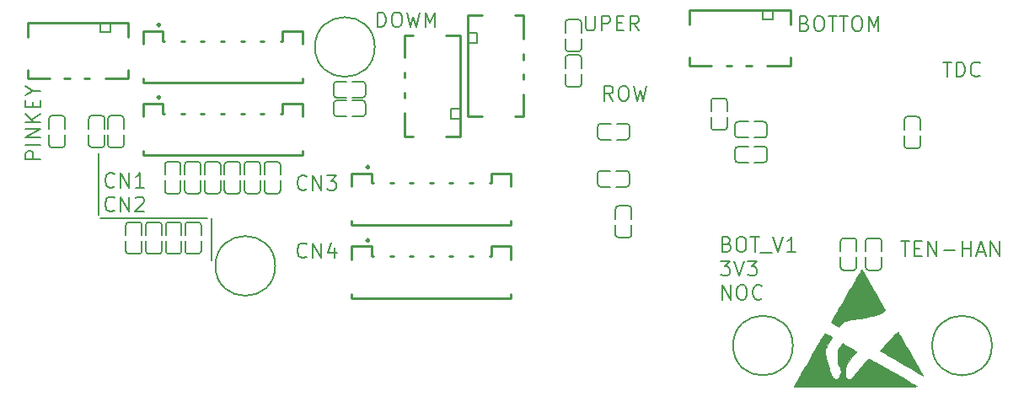
<source format=gbr>
%TF.GenerationSoftware,KiCad,Pcbnew,8.0.2*%
%TF.CreationDate,2025-04-19T09:34:17+08:00*%
%TF.ProjectId,ternel_handel,7465726e-656c-45f6-9861-6e64656c2e6b,rev?*%
%TF.SameCoordinates,PX5636500PY71de640*%
%TF.FileFunction,Legend,Top*%
%TF.FilePolarity,Positive*%
%FSLAX46Y46*%
G04 Gerber Fmt 4.6, Leading zero omitted, Abs format (unit mm)*
G04 Created by KiCad (PCBNEW 8.0.2) date 2025-04-19 09:34:17*
%MOMM*%
%LPD*%
G01*
G04 APERTURE LIST*
%ADD10C,0.130000*%
%ADD11C,0.200000*%
%ADD12C,0.254000*%
%ADD13C,0.010000*%
G04 APERTURE END LIST*
D10*
X99600000Y6400000D02*
G75*
G02*
X93600000Y6400000I-3000000J0D01*
G01*
X93600000Y6400000D02*
G75*
G02*
X99600000Y6400000I3000000J0D01*
G01*
X37600000Y36400000D02*
G75*
G02*
X31600000Y36400000I-3000000J0D01*
G01*
X31600000Y36400000D02*
G75*
G02*
X37600000Y36400000I3000000J0D01*
G01*
X27600000Y14400000D02*
G75*
G02*
X21600000Y14400000I-3000000J0D01*
G01*
X21600000Y14400000D02*
G75*
G02*
X27600000Y14400000I3000000J0D01*
G01*
D11*
X21200000Y19200000D02*
X21200000Y15000000D01*
X9850000Y25750000D02*
X9850000Y19550000D01*
D10*
X79600000Y6400000D02*
G75*
G02*
X73600000Y6400000I-3000000J0D01*
G01*
X73600000Y6400000D02*
G75*
G02*
X79600000Y6400000I3000000J0D01*
G01*
D11*
X10000000Y19200000D02*
X20800000Y19200000D01*
X80788720Y38779686D02*
X81003006Y38708258D01*
X81003006Y38708258D02*
X81074435Y38636829D01*
X81074435Y38636829D02*
X81145863Y38493972D01*
X81145863Y38493972D02*
X81145863Y38279686D01*
X81145863Y38279686D02*
X81074435Y38136829D01*
X81074435Y38136829D02*
X81003006Y38065400D01*
X81003006Y38065400D02*
X80860149Y37993972D01*
X80860149Y37993972D02*
X80288720Y37993972D01*
X80288720Y37993972D02*
X80288720Y39493972D01*
X80288720Y39493972D02*
X80788720Y39493972D01*
X80788720Y39493972D02*
X80931578Y39422543D01*
X80931578Y39422543D02*
X81003006Y39351115D01*
X81003006Y39351115D02*
X81074435Y39208258D01*
X81074435Y39208258D02*
X81074435Y39065400D01*
X81074435Y39065400D02*
X81003006Y38922543D01*
X81003006Y38922543D02*
X80931578Y38851115D01*
X80931578Y38851115D02*
X80788720Y38779686D01*
X80788720Y38779686D02*
X80288720Y38779686D01*
X82074435Y39493972D02*
X82360149Y39493972D01*
X82360149Y39493972D02*
X82503006Y39422543D01*
X82503006Y39422543D02*
X82645863Y39279686D01*
X82645863Y39279686D02*
X82717292Y38993972D01*
X82717292Y38993972D02*
X82717292Y38493972D01*
X82717292Y38493972D02*
X82645863Y38208258D01*
X82645863Y38208258D02*
X82503006Y38065400D01*
X82503006Y38065400D02*
X82360149Y37993972D01*
X82360149Y37993972D02*
X82074435Y37993972D01*
X82074435Y37993972D02*
X81931578Y38065400D01*
X81931578Y38065400D02*
X81788720Y38208258D01*
X81788720Y38208258D02*
X81717292Y38493972D01*
X81717292Y38493972D02*
X81717292Y38993972D01*
X81717292Y38993972D02*
X81788720Y39279686D01*
X81788720Y39279686D02*
X81931578Y39422543D01*
X81931578Y39422543D02*
X82074435Y39493972D01*
X83145864Y39493972D02*
X84003007Y39493972D01*
X83574435Y37993972D02*
X83574435Y39493972D01*
X84288721Y39493972D02*
X85145864Y39493972D01*
X84717292Y37993972D02*
X84717292Y39493972D01*
X85931578Y39493972D02*
X86217292Y39493972D01*
X86217292Y39493972D02*
X86360149Y39422543D01*
X86360149Y39422543D02*
X86503006Y39279686D01*
X86503006Y39279686D02*
X86574435Y38993972D01*
X86574435Y38993972D02*
X86574435Y38493972D01*
X86574435Y38493972D02*
X86503006Y38208258D01*
X86503006Y38208258D02*
X86360149Y38065400D01*
X86360149Y38065400D02*
X86217292Y37993972D01*
X86217292Y37993972D02*
X85931578Y37993972D01*
X85931578Y37993972D02*
X85788721Y38065400D01*
X85788721Y38065400D02*
X85645863Y38208258D01*
X85645863Y38208258D02*
X85574435Y38493972D01*
X85574435Y38493972D02*
X85574435Y38993972D01*
X85574435Y38993972D02*
X85645863Y39279686D01*
X85645863Y39279686D02*
X85788721Y39422543D01*
X85788721Y39422543D02*
X85931578Y39493972D01*
X87217292Y37993972D02*
X87217292Y39493972D01*
X87217292Y39493972D02*
X87717292Y38422543D01*
X87717292Y38422543D02*
X88217292Y39493972D01*
X88217292Y39493972D02*
X88217292Y37993972D01*
X4006028Y25088721D02*
X2506028Y25088721D01*
X2506028Y25088721D02*
X2506028Y25660150D01*
X2506028Y25660150D02*
X2577457Y25803007D01*
X2577457Y25803007D02*
X2648885Y25874436D01*
X2648885Y25874436D02*
X2791742Y25945864D01*
X2791742Y25945864D02*
X3006028Y25945864D01*
X3006028Y25945864D02*
X3148885Y25874436D01*
X3148885Y25874436D02*
X3220314Y25803007D01*
X3220314Y25803007D02*
X3291742Y25660150D01*
X3291742Y25660150D02*
X3291742Y25088721D01*
X4006028Y26588721D02*
X2506028Y26588721D01*
X4006028Y27303007D02*
X2506028Y27303007D01*
X2506028Y27303007D02*
X4006028Y28160150D01*
X4006028Y28160150D02*
X2506028Y28160150D01*
X4006028Y28874436D02*
X2506028Y28874436D01*
X4006028Y29731579D02*
X3148885Y29088722D01*
X2506028Y29731579D02*
X3363171Y28874436D01*
X3220314Y30374436D02*
X3220314Y30874436D01*
X4006028Y31088722D02*
X4006028Y30374436D01*
X4006028Y30374436D02*
X2506028Y30374436D01*
X2506028Y30374436D02*
X2506028Y31088722D01*
X3291742Y32017294D02*
X4006028Y32017294D01*
X2506028Y31517294D02*
X3291742Y32017294D01*
X3291742Y32017294D02*
X2506028Y32517294D01*
X30745863Y22136829D02*
X30674435Y22065400D01*
X30674435Y22065400D02*
X30460149Y21993972D01*
X30460149Y21993972D02*
X30317292Y21993972D01*
X30317292Y21993972D02*
X30103006Y22065400D01*
X30103006Y22065400D02*
X29960149Y22208258D01*
X29960149Y22208258D02*
X29888720Y22351115D01*
X29888720Y22351115D02*
X29817292Y22636829D01*
X29817292Y22636829D02*
X29817292Y22851115D01*
X29817292Y22851115D02*
X29888720Y23136829D01*
X29888720Y23136829D02*
X29960149Y23279686D01*
X29960149Y23279686D02*
X30103006Y23422543D01*
X30103006Y23422543D02*
X30317292Y23493972D01*
X30317292Y23493972D02*
X30460149Y23493972D01*
X30460149Y23493972D02*
X30674435Y23422543D01*
X30674435Y23422543D02*
X30745863Y23351115D01*
X31388720Y21993972D02*
X31388720Y23493972D01*
X31388720Y23493972D02*
X32245863Y21993972D01*
X32245863Y21993972D02*
X32245863Y23493972D01*
X32817292Y23493972D02*
X33745864Y23493972D01*
X33745864Y23493972D02*
X33245864Y22922543D01*
X33245864Y22922543D02*
X33460149Y22922543D01*
X33460149Y22922543D02*
X33603007Y22851115D01*
X33603007Y22851115D02*
X33674435Y22779686D01*
X33674435Y22779686D02*
X33745864Y22636829D01*
X33745864Y22636829D02*
X33745864Y22279686D01*
X33745864Y22279686D02*
X33674435Y22136829D01*
X33674435Y22136829D02*
X33603007Y22065400D01*
X33603007Y22065400D02*
X33460149Y21993972D01*
X33460149Y21993972D02*
X33031578Y21993972D01*
X33031578Y21993972D02*
X32888721Y22065400D01*
X32888721Y22065400D02*
X32817292Y22136829D01*
X94674435Y34893972D02*
X95531578Y34893972D01*
X95103006Y33393972D02*
X95103006Y34893972D01*
X96031577Y33393972D02*
X96031577Y34893972D01*
X96031577Y34893972D02*
X96388720Y34893972D01*
X96388720Y34893972D02*
X96603006Y34822543D01*
X96603006Y34822543D02*
X96745863Y34679686D01*
X96745863Y34679686D02*
X96817292Y34536829D01*
X96817292Y34536829D02*
X96888720Y34251115D01*
X96888720Y34251115D02*
X96888720Y34036829D01*
X96888720Y34036829D02*
X96817292Y33751115D01*
X96817292Y33751115D02*
X96745863Y33608258D01*
X96745863Y33608258D02*
X96603006Y33465400D01*
X96603006Y33465400D02*
X96388720Y33393972D01*
X96388720Y33393972D02*
X96031577Y33393972D01*
X98388720Y33536829D02*
X98317292Y33465400D01*
X98317292Y33465400D02*
X98103006Y33393972D01*
X98103006Y33393972D02*
X97960149Y33393972D01*
X97960149Y33393972D02*
X97745863Y33465400D01*
X97745863Y33465400D02*
X97603006Y33608258D01*
X97603006Y33608258D02*
X97531577Y33751115D01*
X97531577Y33751115D02*
X97460149Y34036829D01*
X97460149Y34036829D02*
X97460149Y34251115D01*
X97460149Y34251115D02*
X97531577Y34536829D01*
X97531577Y34536829D02*
X97603006Y34679686D01*
X97603006Y34679686D02*
X97745863Y34822543D01*
X97745863Y34822543D02*
X97960149Y34893972D01*
X97960149Y34893972D02*
X98103006Y34893972D01*
X98103006Y34893972D02*
X98317292Y34822543D01*
X98317292Y34822543D02*
X98388720Y34751115D01*
X30745863Y15336829D02*
X30674435Y15265400D01*
X30674435Y15265400D02*
X30460149Y15193972D01*
X30460149Y15193972D02*
X30317292Y15193972D01*
X30317292Y15193972D02*
X30103006Y15265400D01*
X30103006Y15265400D02*
X29960149Y15408258D01*
X29960149Y15408258D02*
X29888720Y15551115D01*
X29888720Y15551115D02*
X29817292Y15836829D01*
X29817292Y15836829D02*
X29817292Y16051115D01*
X29817292Y16051115D02*
X29888720Y16336829D01*
X29888720Y16336829D02*
X29960149Y16479686D01*
X29960149Y16479686D02*
X30103006Y16622543D01*
X30103006Y16622543D02*
X30317292Y16693972D01*
X30317292Y16693972D02*
X30460149Y16693972D01*
X30460149Y16693972D02*
X30674435Y16622543D01*
X30674435Y16622543D02*
X30745863Y16551115D01*
X31388720Y15193972D02*
X31388720Y16693972D01*
X31388720Y16693972D02*
X32245863Y15193972D01*
X32245863Y15193972D02*
X32245863Y16693972D01*
X33603007Y16193972D02*
X33603007Y15193972D01*
X33245864Y16765400D02*
X32888721Y15693972D01*
X32888721Y15693972D02*
X33817292Y15693972D01*
X72988720Y16609518D02*
X73203006Y16538090D01*
X73203006Y16538090D02*
X73274435Y16466661D01*
X73274435Y16466661D02*
X73345863Y16323804D01*
X73345863Y16323804D02*
X73345863Y16109518D01*
X73345863Y16109518D02*
X73274435Y15966661D01*
X73274435Y15966661D02*
X73203006Y15895232D01*
X73203006Y15895232D02*
X73060149Y15823804D01*
X73060149Y15823804D02*
X72488720Y15823804D01*
X72488720Y15823804D02*
X72488720Y17323804D01*
X72488720Y17323804D02*
X72988720Y17323804D01*
X72988720Y17323804D02*
X73131578Y17252375D01*
X73131578Y17252375D02*
X73203006Y17180947D01*
X73203006Y17180947D02*
X73274435Y17038090D01*
X73274435Y17038090D02*
X73274435Y16895232D01*
X73274435Y16895232D02*
X73203006Y16752375D01*
X73203006Y16752375D02*
X73131578Y16680947D01*
X73131578Y16680947D02*
X72988720Y16609518D01*
X72988720Y16609518D02*
X72488720Y16609518D01*
X74274435Y17323804D02*
X74560149Y17323804D01*
X74560149Y17323804D02*
X74703006Y17252375D01*
X74703006Y17252375D02*
X74845863Y17109518D01*
X74845863Y17109518D02*
X74917292Y16823804D01*
X74917292Y16823804D02*
X74917292Y16323804D01*
X74917292Y16323804D02*
X74845863Y16038090D01*
X74845863Y16038090D02*
X74703006Y15895232D01*
X74703006Y15895232D02*
X74560149Y15823804D01*
X74560149Y15823804D02*
X74274435Y15823804D01*
X74274435Y15823804D02*
X74131578Y15895232D01*
X74131578Y15895232D02*
X73988720Y16038090D01*
X73988720Y16038090D02*
X73917292Y16323804D01*
X73917292Y16323804D02*
X73917292Y16823804D01*
X73917292Y16823804D02*
X73988720Y17109518D01*
X73988720Y17109518D02*
X74131578Y17252375D01*
X74131578Y17252375D02*
X74274435Y17323804D01*
X75345864Y17323804D02*
X76203007Y17323804D01*
X75774435Y15823804D02*
X75774435Y17323804D01*
X76345864Y15680947D02*
X77488721Y15680947D01*
X77631578Y17323804D02*
X78131578Y15823804D01*
X78131578Y15823804D02*
X78631578Y17323804D01*
X79917292Y15823804D02*
X79060149Y15823804D01*
X79488720Y15823804D02*
X79488720Y17323804D01*
X79488720Y17323804D02*
X79345863Y17109518D01*
X79345863Y17109518D02*
X79203006Y16966661D01*
X79203006Y16966661D02*
X79060149Y16895232D01*
X72345863Y14908888D02*
X73274435Y14908888D01*
X73274435Y14908888D02*
X72774435Y14337459D01*
X72774435Y14337459D02*
X72988720Y14337459D01*
X72988720Y14337459D02*
X73131578Y14266031D01*
X73131578Y14266031D02*
X73203006Y14194602D01*
X73203006Y14194602D02*
X73274435Y14051745D01*
X73274435Y14051745D02*
X73274435Y13694602D01*
X73274435Y13694602D02*
X73203006Y13551745D01*
X73203006Y13551745D02*
X73131578Y13480316D01*
X73131578Y13480316D02*
X72988720Y13408888D01*
X72988720Y13408888D02*
X72560149Y13408888D01*
X72560149Y13408888D02*
X72417292Y13480316D01*
X72417292Y13480316D02*
X72345863Y13551745D01*
X73703006Y14908888D02*
X74203006Y13408888D01*
X74203006Y13408888D02*
X74703006Y14908888D01*
X75060148Y14908888D02*
X75988720Y14908888D01*
X75988720Y14908888D02*
X75488720Y14337459D01*
X75488720Y14337459D02*
X75703005Y14337459D01*
X75703005Y14337459D02*
X75845863Y14266031D01*
X75845863Y14266031D02*
X75917291Y14194602D01*
X75917291Y14194602D02*
X75988720Y14051745D01*
X75988720Y14051745D02*
X75988720Y13694602D01*
X75988720Y13694602D02*
X75917291Y13551745D01*
X75917291Y13551745D02*
X75845863Y13480316D01*
X75845863Y13480316D02*
X75703005Y13408888D01*
X75703005Y13408888D02*
X75274434Y13408888D01*
X75274434Y13408888D02*
X75131577Y13480316D01*
X75131577Y13480316D02*
X75060148Y13551745D01*
X72488720Y10993972D02*
X72488720Y12493972D01*
X72488720Y12493972D02*
X73345863Y10993972D01*
X73345863Y10993972D02*
X73345863Y12493972D01*
X74345864Y12493972D02*
X74631578Y12493972D01*
X74631578Y12493972D02*
X74774435Y12422543D01*
X74774435Y12422543D02*
X74917292Y12279686D01*
X74917292Y12279686D02*
X74988721Y11993972D01*
X74988721Y11993972D02*
X74988721Y11493972D01*
X74988721Y11493972D02*
X74917292Y11208258D01*
X74917292Y11208258D02*
X74774435Y11065400D01*
X74774435Y11065400D02*
X74631578Y10993972D01*
X74631578Y10993972D02*
X74345864Y10993972D01*
X74345864Y10993972D02*
X74203007Y11065400D01*
X74203007Y11065400D02*
X74060149Y11208258D01*
X74060149Y11208258D02*
X73988721Y11493972D01*
X73988721Y11493972D02*
X73988721Y11993972D01*
X73988721Y11993972D02*
X74060149Y12279686D01*
X74060149Y12279686D02*
X74203007Y12422543D01*
X74203007Y12422543D02*
X74345864Y12493972D01*
X76488721Y11136829D02*
X76417293Y11065400D01*
X76417293Y11065400D02*
X76203007Y10993972D01*
X76203007Y10993972D02*
X76060150Y10993972D01*
X76060150Y10993972D02*
X75845864Y11065400D01*
X75845864Y11065400D02*
X75703007Y11208258D01*
X75703007Y11208258D02*
X75631578Y11351115D01*
X75631578Y11351115D02*
X75560150Y11636829D01*
X75560150Y11636829D02*
X75560150Y11851115D01*
X75560150Y11851115D02*
X75631578Y12136829D01*
X75631578Y12136829D02*
X75703007Y12279686D01*
X75703007Y12279686D02*
X75845864Y12422543D01*
X75845864Y12422543D02*
X76060150Y12493972D01*
X76060150Y12493972D02*
X76203007Y12493972D01*
X76203007Y12493972D02*
X76417293Y12422543D01*
X76417293Y12422543D02*
X76488721Y12351115D01*
X37888720Y38393972D02*
X37888720Y39893972D01*
X37888720Y39893972D02*
X38245863Y39893972D01*
X38245863Y39893972D02*
X38460149Y39822543D01*
X38460149Y39822543D02*
X38603006Y39679686D01*
X38603006Y39679686D02*
X38674435Y39536829D01*
X38674435Y39536829D02*
X38745863Y39251115D01*
X38745863Y39251115D02*
X38745863Y39036829D01*
X38745863Y39036829D02*
X38674435Y38751115D01*
X38674435Y38751115D02*
X38603006Y38608258D01*
X38603006Y38608258D02*
X38460149Y38465400D01*
X38460149Y38465400D02*
X38245863Y38393972D01*
X38245863Y38393972D02*
X37888720Y38393972D01*
X39674435Y39893972D02*
X39960149Y39893972D01*
X39960149Y39893972D02*
X40103006Y39822543D01*
X40103006Y39822543D02*
X40245863Y39679686D01*
X40245863Y39679686D02*
X40317292Y39393972D01*
X40317292Y39393972D02*
X40317292Y38893972D01*
X40317292Y38893972D02*
X40245863Y38608258D01*
X40245863Y38608258D02*
X40103006Y38465400D01*
X40103006Y38465400D02*
X39960149Y38393972D01*
X39960149Y38393972D02*
X39674435Y38393972D01*
X39674435Y38393972D02*
X39531578Y38465400D01*
X39531578Y38465400D02*
X39388720Y38608258D01*
X39388720Y38608258D02*
X39317292Y38893972D01*
X39317292Y38893972D02*
X39317292Y39393972D01*
X39317292Y39393972D02*
X39388720Y39679686D01*
X39388720Y39679686D02*
X39531578Y39822543D01*
X39531578Y39822543D02*
X39674435Y39893972D01*
X40817292Y39893972D02*
X41174435Y38393972D01*
X41174435Y38393972D02*
X41460149Y39465400D01*
X41460149Y39465400D02*
X41745864Y38393972D01*
X41745864Y38393972D02*
X42103007Y39893972D01*
X42674435Y38393972D02*
X42674435Y39893972D01*
X42674435Y39893972D02*
X43174435Y38822543D01*
X43174435Y38822543D02*
X43674435Y39893972D01*
X43674435Y39893972D02*
X43674435Y38393972D01*
X11445863Y22401745D02*
X11374435Y22330316D01*
X11374435Y22330316D02*
X11160149Y22258888D01*
X11160149Y22258888D02*
X11017292Y22258888D01*
X11017292Y22258888D02*
X10803006Y22330316D01*
X10803006Y22330316D02*
X10660149Y22473174D01*
X10660149Y22473174D02*
X10588720Y22616031D01*
X10588720Y22616031D02*
X10517292Y22901745D01*
X10517292Y22901745D02*
X10517292Y23116031D01*
X10517292Y23116031D02*
X10588720Y23401745D01*
X10588720Y23401745D02*
X10660149Y23544602D01*
X10660149Y23544602D02*
X10803006Y23687459D01*
X10803006Y23687459D02*
X11017292Y23758888D01*
X11017292Y23758888D02*
X11160149Y23758888D01*
X11160149Y23758888D02*
X11374435Y23687459D01*
X11374435Y23687459D02*
X11445863Y23616031D01*
X12088720Y22258888D02*
X12088720Y23758888D01*
X12088720Y23758888D02*
X12945863Y22258888D01*
X12945863Y22258888D02*
X12945863Y23758888D01*
X14445864Y22258888D02*
X13588721Y22258888D01*
X14017292Y22258888D02*
X14017292Y23758888D01*
X14017292Y23758888D02*
X13874435Y23544602D01*
X13874435Y23544602D02*
X13731578Y23401745D01*
X13731578Y23401745D02*
X13588721Y23330316D01*
X11445863Y19986829D02*
X11374435Y19915400D01*
X11374435Y19915400D02*
X11160149Y19843972D01*
X11160149Y19843972D02*
X11017292Y19843972D01*
X11017292Y19843972D02*
X10803006Y19915400D01*
X10803006Y19915400D02*
X10660149Y20058258D01*
X10660149Y20058258D02*
X10588720Y20201115D01*
X10588720Y20201115D02*
X10517292Y20486829D01*
X10517292Y20486829D02*
X10517292Y20701115D01*
X10517292Y20701115D02*
X10588720Y20986829D01*
X10588720Y20986829D02*
X10660149Y21129686D01*
X10660149Y21129686D02*
X10803006Y21272543D01*
X10803006Y21272543D02*
X11017292Y21343972D01*
X11017292Y21343972D02*
X11160149Y21343972D01*
X11160149Y21343972D02*
X11374435Y21272543D01*
X11374435Y21272543D02*
X11445863Y21201115D01*
X12088720Y19843972D02*
X12088720Y21343972D01*
X12088720Y21343972D02*
X12945863Y19843972D01*
X12945863Y19843972D02*
X12945863Y21343972D01*
X13588721Y21201115D02*
X13660149Y21272543D01*
X13660149Y21272543D02*
X13803007Y21343972D01*
X13803007Y21343972D02*
X14160149Y21343972D01*
X14160149Y21343972D02*
X14303007Y21272543D01*
X14303007Y21272543D02*
X14374435Y21201115D01*
X14374435Y21201115D02*
X14445864Y21058258D01*
X14445864Y21058258D02*
X14445864Y20915400D01*
X14445864Y20915400D02*
X14374435Y20701115D01*
X14374435Y20701115D02*
X13517292Y19843972D01*
X13517292Y19843972D02*
X14445864Y19843972D01*
X90474435Y16893972D02*
X91331578Y16893972D01*
X90903006Y15393972D02*
X90903006Y16893972D01*
X91831577Y16179686D02*
X92331577Y16179686D01*
X92545863Y15393972D02*
X91831577Y15393972D01*
X91831577Y15393972D02*
X91831577Y16893972D01*
X91831577Y16893972D02*
X92545863Y16893972D01*
X93188720Y15393972D02*
X93188720Y16893972D01*
X93188720Y16893972D02*
X94045863Y15393972D01*
X94045863Y15393972D02*
X94045863Y16893972D01*
X94760149Y15965400D02*
X95903007Y15965400D01*
X96617292Y15393972D02*
X96617292Y16893972D01*
X96617292Y16179686D02*
X97474435Y16179686D01*
X97474435Y15393972D02*
X97474435Y16893972D01*
X98117293Y15822543D02*
X98831579Y15822543D01*
X97974436Y15393972D02*
X98474436Y16893972D01*
X98474436Y16893972D02*
X98974436Y15393972D01*
X99474435Y15393972D02*
X99474435Y16893972D01*
X99474435Y16893972D02*
X100331578Y15393972D01*
X100331578Y15393972D02*
X100331578Y16893972D01*
X58838720Y39543972D02*
X58838720Y38329686D01*
X58838720Y38329686D02*
X58910149Y38186829D01*
X58910149Y38186829D02*
X58981578Y38115400D01*
X58981578Y38115400D02*
X59124435Y38043972D01*
X59124435Y38043972D02*
X59410149Y38043972D01*
X59410149Y38043972D02*
X59553006Y38115400D01*
X59553006Y38115400D02*
X59624435Y38186829D01*
X59624435Y38186829D02*
X59695863Y38329686D01*
X59695863Y38329686D02*
X59695863Y39543972D01*
X60410149Y38043972D02*
X60410149Y39543972D01*
X60410149Y39543972D02*
X60981578Y39543972D01*
X60981578Y39543972D02*
X61124435Y39472543D01*
X61124435Y39472543D02*
X61195864Y39401115D01*
X61195864Y39401115D02*
X61267292Y39258258D01*
X61267292Y39258258D02*
X61267292Y39043972D01*
X61267292Y39043972D02*
X61195864Y38901115D01*
X61195864Y38901115D02*
X61124435Y38829686D01*
X61124435Y38829686D02*
X60981578Y38758258D01*
X60981578Y38758258D02*
X60410149Y38758258D01*
X61910149Y38829686D02*
X62410149Y38829686D01*
X62624435Y38043972D02*
X61910149Y38043972D01*
X61910149Y38043972D02*
X61910149Y39543972D01*
X61910149Y39543972D02*
X62624435Y39543972D01*
X64124435Y38043972D02*
X63624435Y38758258D01*
X63267292Y38043972D02*
X63267292Y39543972D01*
X63267292Y39543972D02*
X63838721Y39543972D01*
X63838721Y39543972D02*
X63981578Y39472543D01*
X63981578Y39472543D02*
X64053007Y39401115D01*
X64053007Y39401115D02*
X64124435Y39258258D01*
X64124435Y39258258D02*
X64124435Y39043972D01*
X64124435Y39043972D02*
X64053007Y38901115D01*
X64053007Y38901115D02*
X63981578Y38829686D01*
X63981578Y38829686D02*
X63838721Y38758258D01*
X63838721Y38758258D02*
X63267292Y38758258D01*
X61545863Y30993972D02*
X61045863Y31708258D01*
X60688720Y30993972D02*
X60688720Y32493972D01*
X60688720Y32493972D02*
X61260149Y32493972D01*
X61260149Y32493972D02*
X61403006Y32422543D01*
X61403006Y32422543D02*
X61474435Y32351115D01*
X61474435Y32351115D02*
X61545863Y32208258D01*
X61545863Y32208258D02*
X61545863Y31993972D01*
X61545863Y31993972D02*
X61474435Y31851115D01*
X61474435Y31851115D02*
X61403006Y31779686D01*
X61403006Y31779686D02*
X61260149Y31708258D01*
X61260149Y31708258D02*
X60688720Y31708258D01*
X62474435Y32493972D02*
X62760149Y32493972D01*
X62760149Y32493972D02*
X62903006Y32422543D01*
X62903006Y32422543D02*
X63045863Y32279686D01*
X63045863Y32279686D02*
X63117292Y31993972D01*
X63117292Y31993972D02*
X63117292Y31493972D01*
X63117292Y31493972D02*
X63045863Y31208258D01*
X63045863Y31208258D02*
X62903006Y31065400D01*
X62903006Y31065400D02*
X62760149Y30993972D01*
X62760149Y30993972D02*
X62474435Y30993972D01*
X62474435Y30993972D02*
X62331578Y31065400D01*
X62331578Y31065400D02*
X62188720Y31208258D01*
X62188720Y31208258D02*
X62117292Y31493972D01*
X62117292Y31493972D02*
X62117292Y31993972D01*
X62117292Y31993972D02*
X62188720Y32279686D01*
X62188720Y32279686D02*
X62331578Y32422543D01*
X62331578Y32422543D02*
X62474435Y32493972D01*
X63617292Y32493972D02*
X63974435Y30993972D01*
X63974435Y30993972D02*
X64260149Y32065400D01*
X64260149Y32065400D02*
X64545864Y30993972D01*
X64545864Y30993972D02*
X64903007Y32493972D01*
%TO.C,C15*%
X22509900Y23570000D02*
X22509900Y24570000D01*
X22509900Y22970000D02*
X22509900Y21970000D01*
X22809900Y21670000D02*
X23809900Y21670000D01*
X23809900Y24870000D02*
X22809900Y24870000D01*
X24109900Y23570000D02*
X24109900Y24570000D01*
X24109900Y22970000D02*
X24109900Y21970000D01*
X22509900Y24570000D02*
G75*
G02*
X22809900Y24870000I300000J0D01*
G01*
X22809900Y21670000D02*
G75*
G02*
X22509900Y21970000I0J300000D01*
G01*
X23809900Y24870000D02*
G75*
G02*
X24109900Y24570000I0J-300000D01*
G01*
X24109900Y21970000D02*
G75*
G02*
X23809900Y21670000I-300000J0D01*
G01*
%TO.C,C3*%
X90800000Y28100000D02*
X90800000Y29100000D01*
X90800000Y27500000D02*
X90800000Y26500000D01*
X91100000Y26200000D02*
X92100000Y26200000D01*
X92100000Y29400000D02*
X91100000Y29400000D01*
X92400000Y28100000D02*
X92400000Y29100000D01*
X92400000Y27500000D02*
X92400000Y26500000D01*
X90800000Y29100000D02*
G75*
G02*
X91100000Y29400000I300000J0D01*
G01*
X91100000Y26200000D02*
G75*
G02*
X90800000Y26500000I0J300000D01*
G01*
X92100000Y29400000D02*
G75*
G02*
X92400000Y29100000I0J-300000D01*
G01*
X92400000Y26500000D02*
G75*
G02*
X92100000Y26200000I-300000J0D01*
G01*
%TO.C,C8*%
X33470000Y30720000D02*
X33470000Y29720000D01*
X34770000Y31020000D02*
X33770000Y31020000D01*
X34770000Y29420000D02*
X33770000Y29420000D01*
X35370000Y31020000D02*
X36370000Y31020000D01*
X35370000Y29420000D02*
X36370000Y29420000D01*
X36670000Y29720000D02*
X36670000Y30720000D01*
X33470000Y30720000D02*
G75*
G02*
X33770000Y31020000I300000J0D01*
G01*
X33770000Y29420000D02*
G75*
G02*
X33470000Y29720000I0J300000D01*
G01*
X36370000Y31020000D02*
G75*
G02*
X36670000Y30720000I0J-300000D01*
G01*
X36670000Y29720000D02*
G75*
G02*
X36370000Y29420000I-300000J0D01*
G01*
%TO.C,C19*%
X16600000Y17500000D02*
X16600000Y18500000D01*
X16600000Y16900000D02*
X16600000Y15900000D01*
X16900000Y15600000D02*
X17900000Y15600000D01*
X17900000Y18800000D02*
X16900000Y18800000D01*
X18200000Y17500000D02*
X18200000Y18500000D01*
X18200000Y16900000D02*
X18200000Y15900000D01*
X16600000Y18500000D02*
G75*
G02*
X16900000Y18800000I300000J0D01*
G01*
X16900000Y15600000D02*
G75*
G02*
X16600000Y15900000I0J300000D01*
G01*
X17900000Y18800000D02*
G75*
G02*
X18200000Y18500000I0J-300000D01*
G01*
X18200000Y15900000D02*
G75*
G02*
X17900000Y15600000I-300000J0D01*
G01*
%TO.C,C5*%
X71390000Y29950000D02*
X71390000Y30950000D01*
X71390000Y29350000D02*
X71390000Y28350000D01*
X71690000Y28050000D02*
X72690000Y28050000D01*
X72690000Y31250000D02*
X71690000Y31250000D01*
X72990000Y29950000D02*
X72990000Y30950000D01*
X72990000Y29350000D02*
X72990000Y28350000D01*
X71390000Y30950000D02*
G75*
G02*
X71690000Y31250000I300000J0D01*
G01*
X71690000Y28050000D02*
G75*
G02*
X71390000Y28350000I0J300000D01*
G01*
X72690000Y31250000D02*
G75*
G02*
X72990000Y30950000I0J-300000D01*
G01*
X72990000Y28350000D02*
G75*
G02*
X72690000Y28050000I-300000J0D01*
G01*
%TO.C,C4*%
X61800000Y19138000D02*
X61800000Y20138000D01*
X61800000Y18538000D02*
X61800000Y17538000D01*
X62100000Y17238000D02*
X63100000Y17238000D01*
X63100000Y20438000D02*
X62100000Y20438000D01*
X63400000Y19138000D02*
X63400000Y20138000D01*
X63400000Y18538000D02*
X63400000Y17538000D01*
X61800000Y20138000D02*
G75*
G02*
X62100000Y20438000I300000J0D01*
G01*
X62100000Y17238000D02*
G75*
G02*
X61800000Y17538000I0J300000D01*
G01*
X63100000Y20438000D02*
G75*
G02*
X63400000Y20138000I0J-300000D01*
G01*
X63400000Y17538000D02*
G75*
G02*
X63100000Y17238000I-300000J0D01*
G01*
%TO.C,C18*%
X18550000Y17500000D02*
X18550000Y18500000D01*
X18550000Y16900000D02*
X18550000Y15900000D01*
X18850000Y15600000D02*
X19850000Y15600000D01*
X19850000Y18800000D02*
X18850000Y18800000D01*
X20150000Y17500000D02*
X20150000Y18500000D01*
X20150000Y16900000D02*
X20150000Y15900000D01*
X18550000Y18500000D02*
G75*
G02*
X18850000Y18800000I300000J0D01*
G01*
X18850000Y15600000D02*
G75*
G02*
X18550000Y15900000I0J300000D01*
G01*
X19850000Y18800000D02*
G75*
G02*
X20150000Y18500000I0J-300000D01*
G01*
X20150000Y15900000D02*
G75*
G02*
X19850000Y15600000I-300000J0D01*
G01*
D12*
%TO.C,J1*%
X69226000Y40104500D02*
X79354000Y40104500D01*
X69226000Y38707500D02*
X69226000Y40104500D01*
X69226000Y34516500D02*
X69226000Y35405500D01*
X71440000Y34516500D02*
X69226000Y34516500D01*
X73459000Y34516500D02*
X72921000Y34516500D01*
X75459000Y34516500D02*
X74921000Y34516500D01*
D11*
X76560000Y39215500D02*
X76560000Y40104500D01*
X77576000Y40104500D02*
X77576000Y39215500D01*
X77576000Y39215500D02*
X76560000Y39215500D01*
D12*
X79354000Y40104500D02*
X79354000Y38707500D01*
X79354000Y35405500D02*
X79354000Y34516500D01*
X79354000Y34516500D02*
X77021000Y34516500D01*
D11*
%TO.C,C10*%
X8880000Y28200000D02*
X8880000Y29200000D01*
X8880000Y27600000D02*
X8880000Y26600000D01*
X9180000Y26300000D02*
X10180000Y26300000D01*
X10180000Y29500000D02*
X9180000Y29500000D01*
X10480000Y28200000D02*
X10480000Y29200000D01*
X10480000Y27600000D02*
X10480000Y26600000D01*
X8880000Y29200000D02*
G75*
G02*
X9180000Y29500000I300000J0D01*
G01*
X9180000Y26300000D02*
G75*
G02*
X8880000Y26600000I0J300000D01*
G01*
X10180000Y29500000D02*
G75*
G02*
X10480000Y29200000I0J-300000D01*
G01*
X10480000Y26600000D02*
G75*
G02*
X10180000Y26300000I-300000J0D01*
G01*
D12*
%TO.C,P3*%
X35290000Y23720000D02*
X37290000Y23720000D01*
X35290000Y22401100D02*
X35290000Y23720000D01*
X35290000Y18520000D02*
X35290000Y18938900D01*
X37290000Y23720000D02*
X37290000Y22720000D01*
X37290000Y22720000D02*
X37458800Y22720000D01*
X39121100Y22720000D02*
X39458800Y22720000D01*
X41121100Y22720000D02*
X41458800Y22720000D01*
X43121100Y22720000D02*
X43458800Y22720000D01*
X45121100Y22720000D02*
X45458800Y22720000D01*
X47121100Y22720000D02*
X47458800Y22720000D01*
X49121100Y22720000D02*
X49290100Y22720000D01*
X49290000Y23720000D02*
X49290000Y22720000D01*
X51290000Y23720000D02*
X49290000Y23720000D01*
X51290000Y22401100D02*
X51290000Y23720000D01*
X51290000Y18520000D02*
X35290000Y18520000D01*
X51290000Y18520000D02*
X51290000Y18938800D01*
X37031400Y24320000D02*
G75*
G02*
X36748400Y24320000I-141500J0D01*
G01*
X36748400Y24320000D02*
G75*
G02*
X37031400Y24320000I141500J0D01*
G01*
D11*
%TO.C,C7*%
X56750000Y34290000D02*
X56750000Y35290000D01*
X56750000Y33690000D02*
X56750000Y32690000D01*
X57050000Y32390000D02*
X58050000Y32390000D01*
X58050000Y35590000D02*
X57050000Y35590000D01*
X58350000Y34290000D02*
X58350000Y35290000D01*
X58350000Y33690000D02*
X58350000Y32690000D01*
X56750000Y35290000D02*
G75*
G02*
X57050000Y35590000I300000J0D01*
G01*
X57050000Y32390000D02*
G75*
G02*
X56750000Y32690000I0J300000D01*
G01*
X58050000Y35590000D02*
G75*
G02*
X58350000Y35290000I0J-300000D01*
G01*
X58350000Y32690000D02*
G75*
G02*
X58050000Y32390000I-300000J0D01*
G01*
%TO.C,C16*%
X24509900Y23570000D02*
X24509900Y24570000D01*
X24509900Y22970000D02*
X24509900Y21970000D01*
X24809900Y21670000D02*
X25809900Y21670000D01*
X25809900Y24870000D02*
X24809900Y24870000D01*
X26109900Y23570000D02*
X26109900Y24570000D01*
X26109900Y22970000D02*
X26109900Y21970000D01*
X24509900Y24570000D02*
G75*
G02*
X24809900Y24870000I300000J0D01*
G01*
X24809900Y21670000D02*
G75*
G02*
X24509900Y21970000I0J300000D01*
G01*
X25809900Y24870000D02*
G75*
G02*
X26109900Y24570000I0J-300000D01*
G01*
X26109900Y21970000D02*
G75*
G02*
X25809900Y21670000I-300000J0D01*
G01*
D12*
%TO.C,J3*%
X40556500Y37544000D02*
X41445500Y37544000D01*
X40556500Y35330000D02*
X40556500Y37544000D01*
X40556500Y33311000D02*
X40556500Y33849000D01*
X40556500Y31311000D02*
X40556500Y31849000D01*
X40556500Y27416000D02*
X40556500Y29749000D01*
X41445500Y27416000D02*
X40556500Y27416000D01*
X44747500Y37544000D02*
X46144500Y37544000D01*
D11*
X45255500Y30210000D02*
X46144500Y30210000D01*
X45255500Y29194000D02*
X45255500Y30210000D01*
D12*
X46144500Y37544000D02*
X46144500Y27416000D01*
D11*
X46144500Y29194000D02*
X45255500Y29194000D01*
D12*
X46144500Y27416000D02*
X44747500Y27416000D01*
D11*
%TO.C,C23*%
X73800000Y28589000D02*
X73800000Y27589000D01*
X75100000Y28889000D02*
X74100000Y28889000D01*
X75100000Y27289000D02*
X74100000Y27289000D01*
X75700000Y28889000D02*
X76700000Y28889000D01*
X75700000Y27289000D02*
X76700000Y27289000D01*
X77000000Y27589000D02*
X77000000Y28589000D01*
X73800000Y28589000D02*
G75*
G02*
X74100000Y28889000I300000J0D01*
G01*
X74100000Y27289000D02*
G75*
G02*
X73800000Y27589000I0J300000D01*
G01*
X76700000Y28889000D02*
G75*
G02*
X77000000Y28589000I0J-300000D01*
G01*
X77000000Y27589000D02*
G75*
G02*
X76700000Y27289000I-300000J0D01*
G01*
%TO.C,C2*%
X60000000Y28400000D02*
X60000000Y27400000D01*
X61300000Y28700000D02*
X60300000Y28700000D01*
X61300000Y27100000D02*
X60300000Y27100000D01*
X61900000Y28700000D02*
X62900000Y28700000D01*
X61900000Y27100000D02*
X62900000Y27100000D01*
X63200000Y27400000D02*
X63200000Y28400000D01*
X60000000Y28400000D02*
G75*
G02*
X60300000Y28700000I300000J0D01*
G01*
X60300000Y27100000D02*
G75*
G02*
X60000000Y27400000I0J300000D01*
G01*
X62900000Y28700000D02*
G75*
G02*
X63200000Y28400000I0J-300000D01*
G01*
X63200000Y27400000D02*
G75*
G02*
X62900000Y27100000I-300000J0D01*
G01*
%TO.C,C6*%
X56750000Y37850000D02*
X56750000Y38850000D01*
X56750000Y37250000D02*
X56750000Y36250000D01*
X57050000Y35950000D02*
X58050000Y35950000D01*
X58050000Y39150000D02*
X57050000Y39150000D01*
X58350000Y37850000D02*
X58350000Y38850000D01*
X58350000Y37250000D02*
X58350000Y36250000D01*
X56750000Y38850000D02*
G75*
G02*
X57050000Y39150000I300000J0D01*
G01*
X57050000Y35950000D02*
G75*
G02*
X56750000Y36250000I0J300000D01*
G01*
X58050000Y39150000D02*
G75*
G02*
X58350000Y38850000I0J-300000D01*
G01*
X58350000Y36250000D02*
G75*
G02*
X58050000Y35950000I-300000J0D01*
G01*
%TO.C,C21*%
X12600000Y17500000D02*
X12600000Y18500000D01*
X12600000Y16900000D02*
X12600000Y15900000D01*
X12900000Y15600000D02*
X13900000Y15600000D01*
X13900000Y18800000D02*
X12900000Y18800000D01*
X14200000Y17500000D02*
X14200000Y18500000D01*
X14200000Y16900000D02*
X14200000Y15900000D01*
X12600000Y18500000D02*
G75*
G02*
X12900000Y18800000I300000J0D01*
G01*
X12900000Y15600000D02*
G75*
G02*
X12600000Y15900000I0J300000D01*
G01*
X13900000Y18800000D02*
G75*
G02*
X14200000Y18500000I0J-300000D01*
G01*
X14200000Y15900000D02*
G75*
G02*
X13900000Y15600000I-300000J0D01*
G01*
%TO.C,C14*%
X20509900Y23570000D02*
X20509900Y24570000D01*
X20509900Y22970000D02*
X20509900Y21970000D01*
X20809900Y21670000D02*
X21809900Y21670000D01*
X21809900Y24870000D02*
X20809900Y24870000D01*
X22109900Y23570000D02*
X22109900Y24570000D01*
X22109900Y22970000D02*
X22109900Y21970000D01*
X20509900Y24570000D02*
G75*
G02*
X20809900Y24870000I300000J0D01*
G01*
X20809900Y21670000D02*
G75*
G02*
X20509900Y21970000I0J300000D01*
G01*
X21809900Y24870000D02*
G75*
G02*
X22109900Y24570000I0J-300000D01*
G01*
X22109900Y21970000D02*
G75*
G02*
X21809900Y21670000I-300000J0D01*
G01*
%TO.C,C25*%
X10800000Y28200000D02*
X10800000Y29200000D01*
X10800000Y27600000D02*
X10800000Y26600000D01*
X11100000Y26300000D02*
X12100000Y26300000D01*
X12100000Y29500000D02*
X11100000Y29500000D01*
X12400000Y28200000D02*
X12400000Y29200000D01*
X12400000Y27600000D02*
X12400000Y26600000D01*
X10800000Y29200000D02*
G75*
G02*
X11100000Y29500000I300000J0D01*
G01*
X11100000Y26300000D02*
G75*
G02*
X10800000Y26600000I0J300000D01*
G01*
X12100000Y29500000D02*
G75*
G02*
X12400000Y29200000I0J-300000D01*
G01*
X12400000Y26600000D02*
G75*
G02*
X12100000Y26300000I-300000J0D01*
G01*
%TO.C,C17*%
X26509900Y23570000D02*
X26509900Y24570000D01*
X26509900Y22970000D02*
X26509900Y21970000D01*
X26809900Y21670000D02*
X27809900Y21670000D01*
X27809900Y24870000D02*
X26809900Y24870000D01*
X28109900Y23570000D02*
X28109900Y24570000D01*
X28109900Y22970000D02*
X28109900Y21970000D01*
X26509900Y24570000D02*
G75*
G02*
X26809900Y24870000I300000J0D01*
G01*
X26809900Y21670000D02*
G75*
G02*
X26509900Y21970000I0J300000D01*
G01*
X27809900Y24870000D02*
G75*
G02*
X28109900Y24570000I0J-300000D01*
G01*
X28109900Y21970000D02*
G75*
G02*
X27809900Y21670000I-300000J0D01*
G01*
D12*
%TO.C,P4*%
X35290000Y16360000D02*
X37290000Y16360000D01*
X35290000Y15041100D02*
X35290000Y16360000D01*
X35290000Y11160000D02*
X35290000Y11578900D01*
X37290000Y16360000D02*
X37290000Y15360000D01*
X37290000Y15360000D02*
X37458800Y15360000D01*
X39121100Y15360000D02*
X39458800Y15360000D01*
X41121100Y15360000D02*
X41458800Y15360000D01*
X43121100Y15360000D02*
X43458800Y15360000D01*
X45121100Y15360000D02*
X45458800Y15360000D01*
X47121100Y15360000D02*
X47458800Y15360000D01*
X49121100Y15360000D02*
X49290100Y15360000D01*
X49290000Y16360000D02*
X49290000Y15360000D01*
X51290000Y16360000D02*
X49290000Y16360000D01*
X51290000Y15041100D02*
X51290000Y16360000D01*
X51290000Y11160000D02*
X35290000Y11160000D01*
X51290000Y11160000D02*
X51290000Y11578800D01*
X37031400Y16960000D02*
G75*
G02*
X36748400Y16960000I-141500J0D01*
G01*
X36748400Y16960000D02*
G75*
G02*
X37031400Y16960000I141500J0D01*
G01*
D11*
%TO.C,C24*%
X59980000Y23650000D02*
X59980000Y22650000D01*
X61280000Y23950000D02*
X60280000Y23950000D01*
X61280000Y22350000D02*
X60280000Y22350000D01*
X61880000Y23950000D02*
X62880000Y23950000D01*
X61880000Y22350000D02*
X62880000Y22350000D01*
X63180000Y22650000D02*
X63180000Y23650000D01*
X59980000Y23650000D02*
G75*
G02*
X60280000Y23950000I300000J0D01*
G01*
X60280000Y22350000D02*
G75*
G02*
X59980000Y22650000I0J300000D01*
G01*
X62880000Y23950000D02*
G75*
G02*
X63180000Y23650000I0J-300000D01*
G01*
X63180000Y22650000D02*
G75*
G02*
X62880000Y22350000I-300000J0D01*
G01*
D12*
%TO.C,P2*%
X14309900Y30725000D02*
X16309900Y30725000D01*
X14309900Y29406100D02*
X14309900Y30725000D01*
X14309900Y25525000D02*
X14309900Y25943900D01*
X16309900Y30725000D02*
X16309900Y29725000D01*
X16309900Y29725000D02*
X16478700Y29725000D01*
X18141000Y29725000D02*
X18478700Y29725000D01*
X20141000Y29725000D02*
X20478700Y29725000D01*
X22141000Y29725000D02*
X22478700Y29725000D01*
X24141000Y29725000D02*
X24478700Y29725000D01*
X26141000Y29725000D02*
X26478700Y29725000D01*
X28141000Y29725000D02*
X28310000Y29725000D01*
X28309900Y30725000D02*
X28309900Y29725000D01*
X30309900Y30725000D02*
X28309900Y30725000D01*
X30309900Y29406100D02*
X30309900Y30725000D01*
X30309900Y25525000D02*
X14309900Y25525000D01*
X30309900Y25525000D02*
X30309900Y25943800D01*
X16051300Y31325000D02*
G75*
G02*
X15768300Y31325000I-141500J0D01*
G01*
X15768300Y31325000D02*
G75*
G02*
X16051300Y31325000I141500J0D01*
G01*
D11*
%TO.C,C1*%
X73800000Y26090000D02*
X73800000Y25090000D01*
X75100000Y26390000D02*
X74100000Y26390000D01*
X75100000Y24790000D02*
X74100000Y24790000D01*
X75700000Y26390000D02*
X76700000Y26390000D01*
X75700000Y24790000D02*
X76700000Y24790000D01*
X77000000Y25090000D02*
X77000000Y26090000D01*
X73800000Y26090000D02*
G75*
G02*
X74100000Y26390000I300000J0D01*
G01*
X74100000Y24790000D02*
G75*
G02*
X73800000Y25090000I0J300000D01*
G01*
X76700000Y26390000D02*
G75*
G02*
X77000000Y26090000I0J-300000D01*
G01*
X77000000Y25090000D02*
G75*
G02*
X76700000Y24790000I-300000J0D01*
G01*
D12*
%TO.C,P1*%
X14309900Y38005000D02*
X16309900Y38005000D01*
X14309900Y36686100D02*
X14309900Y38005000D01*
X14309900Y32805000D02*
X14309900Y33223900D01*
X16309900Y38005000D02*
X16309900Y37005000D01*
X16309900Y37005000D02*
X16478700Y37005000D01*
X18141000Y37005000D02*
X18478700Y37005000D01*
X20141000Y37005000D02*
X20478700Y37005000D01*
X22141000Y37005000D02*
X22478700Y37005000D01*
X24141000Y37005000D02*
X24478700Y37005000D01*
X26141000Y37005000D02*
X26478700Y37005000D01*
X28141000Y37005000D02*
X28310000Y37005000D01*
X28309900Y38005000D02*
X28309900Y37005000D01*
X30309900Y38005000D02*
X28309900Y38005000D01*
X30309900Y36686100D02*
X30309900Y38005000D01*
X30309900Y32805000D02*
X14309900Y32805000D01*
X30309900Y32805000D02*
X30309900Y33223800D01*
X16051300Y38605000D02*
G75*
G02*
X15768300Y38605000I-141500J0D01*
G01*
X15768300Y38605000D02*
G75*
G02*
X16051300Y38605000I141500J0D01*
G01*
D11*
%TO.C,C13*%
X18509900Y23570000D02*
X18509900Y24570000D01*
X18509900Y22970000D02*
X18509900Y21970000D01*
X18809900Y21670000D02*
X19809900Y21670000D01*
X19809900Y24870000D02*
X18809900Y24870000D01*
X20109900Y23570000D02*
X20109900Y24570000D01*
X20109900Y22970000D02*
X20109900Y21970000D01*
X18509900Y24570000D02*
G75*
G02*
X18809900Y24870000I300000J0D01*
G01*
X18809900Y21670000D02*
G75*
G02*
X18509900Y21970000I0J300000D01*
G01*
X19809900Y24870000D02*
G75*
G02*
X20109900Y24570000I0J-300000D01*
G01*
X20109900Y21970000D02*
G75*
G02*
X19809900Y21670000I-300000J0D01*
G01*
%TO.C,C20*%
X14600000Y17500000D02*
X14600000Y18500000D01*
X14600000Y16900000D02*
X14600000Y15900000D01*
X14900000Y15600000D02*
X15900000Y15600000D01*
X15900000Y18800000D02*
X14900000Y18800000D01*
X16200000Y17500000D02*
X16200000Y18500000D01*
X16200000Y16900000D02*
X16200000Y15900000D01*
X14600000Y18500000D02*
G75*
G02*
X14900000Y18800000I300000J0D01*
G01*
X14900000Y15600000D02*
G75*
G02*
X14600000Y15900000I0J300000D01*
G01*
X15900000Y18800000D02*
G75*
G02*
X16200000Y18500000I0J-300000D01*
G01*
X16200000Y15900000D02*
G75*
G02*
X15900000Y15600000I-300000J0D01*
G01*
%TO.C,C26*%
X84406500Y15880000D02*
X84406500Y16880000D01*
X84406500Y15280000D02*
X84406500Y14280000D01*
X84706500Y13980000D02*
X85706500Y13980000D01*
X85706500Y17180000D02*
X84706500Y17180000D01*
X86006500Y15880000D02*
X86006500Y16880000D01*
X86006500Y15280000D02*
X86006500Y14280000D01*
X84406500Y16880000D02*
G75*
G02*
X84706500Y17180000I300000J0D01*
G01*
X84706500Y13980000D02*
G75*
G02*
X84406500Y14280000I0J300000D01*
G01*
X85706500Y17180000D02*
G75*
G02*
X86006500Y16880000I0J-300000D01*
G01*
X86006500Y14280000D02*
G75*
G02*
X85706500Y13980000I-300000J0D01*
G01*
%TO.C,C11*%
X4880000Y28200000D02*
X4880000Y29200000D01*
X4880000Y27600000D02*
X4880000Y26600000D01*
X5180000Y26300000D02*
X6180000Y26300000D01*
X6180000Y29500000D02*
X5180000Y29500000D01*
X6480000Y28200000D02*
X6480000Y29200000D01*
X6480000Y27600000D02*
X6480000Y26600000D01*
X4880000Y29200000D02*
G75*
G02*
X5180000Y29500000I300000J0D01*
G01*
X5180000Y26300000D02*
G75*
G02*
X4880000Y26600000I0J300000D01*
G01*
X6180000Y29500000D02*
G75*
G02*
X6480000Y29200000I0J-300000D01*
G01*
X6480000Y26600000D02*
G75*
G02*
X6180000Y26300000I-300000J0D01*
G01*
%TO.C,C22*%
X86906500Y15880000D02*
X86906500Y16880000D01*
X86906500Y15280000D02*
X86906500Y14280000D01*
X87206500Y13980000D02*
X88206500Y13980000D01*
X88206500Y17180000D02*
X87206500Y17180000D01*
X88506500Y15880000D02*
X88506500Y16880000D01*
X88506500Y15280000D02*
X88506500Y14280000D01*
X86906500Y16880000D02*
G75*
G02*
X87206500Y17180000I300000J0D01*
G01*
X87206500Y13980000D02*
G75*
G02*
X86906500Y14280000I0J300000D01*
G01*
X88206500Y17180000D02*
G75*
G02*
X88506500Y16880000I0J-300000D01*
G01*
X88506500Y14280000D02*
G75*
G02*
X88206500Y13980000I-300000J0D01*
G01*
D13*
%TO.C,REF\u002A\u002A*%
X90175056Y7730762D02*
X90197816Y7692614D01*
X90248975Y7605157D01*
X90326004Y7472762D01*
X90426372Y7299796D01*
X90547549Y7090630D01*
X90687006Y6849633D01*
X90842213Y6581176D01*
X91010640Y6289626D01*
X91189757Y5979354D01*
X91373995Y5660000D01*
X91562152Y5333765D01*
X91742803Y5020582D01*
X91913330Y4724988D01*
X92071114Y4451520D01*
X92213538Y4204716D01*
X92337981Y3989111D01*
X92441826Y3809245D01*
X92522455Y3669653D01*
X92577248Y3574872D01*
X92603013Y3530427D01*
X92645014Y3455339D01*
X92667850Y3408337D01*
X92669102Y3400159D01*
X92641272Y3415516D01*
X92563881Y3459593D01*
X92440973Y3530058D01*
X92276595Y3624578D01*
X92074792Y3740822D01*
X91839609Y3876458D01*
X91575091Y4029152D01*
X91285284Y4196572D01*
X90974233Y4376387D01*
X90645984Y4566265D01*
X90521097Y4638536D01*
X90186974Y4831833D01*
X89868147Y5016123D01*
X89568709Y5189050D01*
X89292752Y5348257D01*
X89044370Y5491390D01*
X88827653Y5616090D01*
X88646696Y5720004D01*
X88505591Y5800773D01*
X88408430Y5856043D01*
X88359307Y5883456D01*
X88354170Y5886052D01*
X88369138Y5909559D01*
X88421227Y5972409D01*
X88505117Y6068812D01*
X88615492Y6192980D01*
X88747034Y6339121D01*
X88894424Y6501447D01*
X89052345Y6674168D01*
X89215479Y6851494D01*
X89378508Y7027635D01*
X89536114Y7196802D01*
X89682979Y7353205D01*
X89813786Y7491055D01*
X89923216Y7604561D01*
X90005953Y7687935D01*
X90034328Y7715274D01*
X90128359Y7803597D01*
X90175056Y7730762D01*
G36*
X90175056Y7730762D02*
G01*
X90197816Y7692614D01*
X90248975Y7605157D01*
X90326004Y7472762D01*
X90426372Y7299796D01*
X90547549Y7090630D01*
X90687006Y6849633D01*
X90842213Y6581176D01*
X91010640Y6289626D01*
X91189757Y5979354D01*
X91373995Y5660000D01*
X91562152Y5333765D01*
X91742803Y5020582D01*
X91913330Y4724988D01*
X92071114Y4451520D01*
X92213538Y4204716D01*
X92337981Y3989111D01*
X92441826Y3809245D01*
X92522455Y3669653D01*
X92577248Y3574872D01*
X92603013Y3530427D01*
X92645014Y3455339D01*
X92667850Y3408337D01*
X92669102Y3400159D01*
X92641272Y3415516D01*
X92563881Y3459593D01*
X92440973Y3530058D01*
X92276595Y3624578D01*
X92074792Y3740822D01*
X91839609Y3876458D01*
X91575091Y4029152D01*
X91285284Y4196572D01*
X90974233Y4376387D01*
X90645984Y4566265D01*
X90521097Y4638536D01*
X90186974Y4831833D01*
X89868147Y5016123D01*
X89568709Y5189050D01*
X89292752Y5348257D01*
X89044370Y5491390D01*
X88827653Y5616090D01*
X88646696Y5720004D01*
X88505591Y5800773D01*
X88408430Y5856043D01*
X88359307Y5883456D01*
X88354170Y5886052D01*
X88369138Y5909559D01*
X88421227Y5972409D01*
X88505117Y6068812D01*
X88615492Y6192980D01*
X88747034Y6339121D01*
X88894424Y6501447D01*
X89052345Y6674168D01*
X89215479Y6851494D01*
X89378508Y7027635D01*
X89536114Y7196802D01*
X89682979Y7353205D01*
X89813786Y7491055D01*
X89923216Y7604561D01*
X90005953Y7687935D01*
X90034328Y7715274D01*
X90128359Y7803597D01*
X90175056Y7730762D01*
G37*
X86528085Y14028329D02*
X86574129Y13953509D01*
X86645067Y13834972D01*
X86737991Y13677763D01*
X86849992Y13486924D01*
X86978162Y13267499D01*
X87119592Y13024531D01*
X87271373Y12763063D01*
X87430597Y12488140D01*
X87594356Y12204803D01*
X87759740Y11918098D01*
X87923842Y11633066D01*
X88083752Y11354752D01*
X88236562Y11088198D01*
X88379363Y10838448D01*
X88509247Y10610545D01*
X88623305Y10409534D01*
X88718629Y10240456D01*
X88792310Y10108355D01*
X88841439Y10018276D01*
X88863108Y9975260D01*
X88863902Y9972571D01*
X88837002Y9936070D01*
X88762227Y9880236D01*
X88648470Y9810550D01*
X88504623Y9732491D01*
X88354029Y9658313D01*
X88149119Y9568365D01*
X87933633Y9487547D01*
X87700146Y9414062D01*
X87441236Y9346116D01*
X87149479Y9281912D01*
X86817451Y9219654D01*
X86437731Y9157546D01*
X86044937Y9099710D01*
X85703668Y9048400D01*
X85417090Y8997603D01*
X85178015Y8944796D01*
X84979259Y8887454D01*
X84813635Y8823053D01*
X84673956Y8749069D01*
X84553036Y8662976D01*
X84443689Y8562250D01*
X84408428Y8524833D01*
X84332000Y8437721D01*
X84275463Y8366636D01*
X84249235Y8324833D01*
X84248536Y8321406D01*
X84239360Y8300388D01*
X84207515Y8300151D01*
X84146531Y8323491D01*
X84049935Y8373207D01*
X83911254Y8452095D01*
X83814878Y8508825D01*
X83671166Y8597506D01*
X83559483Y8673441D01*
X83487334Y8731168D01*
X83462226Y8765224D01*
X83462241Y8765471D01*
X83477811Y8797925D01*
X83521783Y8879200D01*
X83591605Y9004866D01*
X83684725Y9170495D01*
X83798589Y9371656D01*
X83930646Y9603920D01*
X84078343Y9862857D01*
X84239128Y10144039D01*
X84410448Y10443035D01*
X84589751Y10755416D01*
X84774485Y11076752D01*
X84962098Y11402614D01*
X85150036Y11728573D01*
X85335747Y12050199D01*
X85516680Y12363063D01*
X85690281Y12662734D01*
X85853999Y12944784D01*
X86005281Y13204782D01*
X86141574Y13438301D01*
X86260326Y13640909D01*
X86358985Y13808177D01*
X86434999Y13935676D01*
X86485814Y14018977D01*
X86508879Y14053650D01*
X86509845Y14054390D01*
X86528085Y14028329D01*
G36*
X86528085Y14028329D02*
G01*
X86574129Y13953509D01*
X86645067Y13834972D01*
X86737991Y13677763D01*
X86849992Y13486924D01*
X86978162Y13267499D01*
X87119592Y13024531D01*
X87271373Y12763063D01*
X87430597Y12488140D01*
X87594356Y12204803D01*
X87759740Y11918098D01*
X87923842Y11633066D01*
X88083752Y11354752D01*
X88236562Y11088198D01*
X88379363Y10838448D01*
X88509247Y10610545D01*
X88623305Y10409534D01*
X88718629Y10240456D01*
X88792310Y10108355D01*
X88841439Y10018276D01*
X88863108Y9975260D01*
X88863902Y9972571D01*
X88837002Y9936070D01*
X88762227Y9880236D01*
X88648470Y9810550D01*
X88504623Y9732491D01*
X88354029Y9658313D01*
X88149119Y9568365D01*
X87933633Y9487547D01*
X87700146Y9414062D01*
X87441236Y9346116D01*
X87149479Y9281912D01*
X86817451Y9219654D01*
X86437731Y9157546D01*
X86044937Y9099710D01*
X85703668Y9048400D01*
X85417090Y8997603D01*
X85178015Y8944796D01*
X84979259Y8887454D01*
X84813635Y8823053D01*
X84673956Y8749069D01*
X84553036Y8662976D01*
X84443689Y8562250D01*
X84408428Y8524833D01*
X84332000Y8437721D01*
X84275463Y8366636D01*
X84249235Y8324833D01*
X84248536Y8321406D01*
X84239360Y8300388D01*
X84207515Y8300151D01*
X84146531Y8323491D01*
X84049935Y8373207D01*
X83911254Y8452095D01*
X83814878Y8508825D01*
X83671166Y8597506D01*
X83559483Y8673441D01*
X83487334Y8731168D01*
X83462226Y8765224D01*
X83462241Y8765471D01*
X83477811Y8797925D01*
X83521783Y8879200D01*
X83591605Y9004866D01*
X83684725Y9170495D01*
X83798589Y9371656D01*
X83930646Y9603920D01*
X84078343Y9862857D01*
X84239128Y10144039D01*
X84410448Y10443035D01*
X84589751Y10755416D01*
X84774485Y11076752D01*
X84962098Y11402614D01*
X85150036Y11728573D01*
X85335747Y12050199D01*
X85516680Y12363063D01*
X85690281Y12662734D01*
X85853999Y12944784D01*
X86005281Y13204782D01*
X86141574Y13438301D01*
X86260326Y13640909D01*
X86358985Y13808177D01*
X86434999Y13935676D01*
X86485814Y14018977D01*
X86508879Y14053650D01*
X86509845Y14054390D01*
X86528085Y14028329D01*
G37*
X82844187Y7617683D02*
X82909237Y7592527D01*
X83008385Y7542575D01*
X83150747Y7464248D01*
X83161832Y7458023D01*
X83292947Y7383048D01*
X83403596Y7317362D01*
X83482910Y7267590D01*
X83520023Y7240359D01*
X83521061Y7239026D01*
X83512096Y7201220D01*
X83470971Y7116790D01*
X83400366Y6990335D01*
X83302960Y6826456D01*
X83181435Y6629755D01*
X83038471Y6404830D01*
X83002890Y6349669D01*
X82910186Y6196602D01*
X82842683Y6064888D01*
X82806305Y5966435D01*
X82802572Y5946986D01*
X82804229Y5861376D01*
X82822788Y5725582D01*
X82855936Y5548313D01*
X82901360Y5338281D01*
X82956746Y5104196D01*
X83019780Y4854768D01*
X83088150Y4598710D01*
X83159542Y4344731D01*
X83231641Y4101543D01*
X83302136Y3877855D01*
X83368712Y3682379D01*
X83429055Y3523826D01*
X83471121Y3429756D01*
X83520673Y3329549D01*
X83567460Y3233663D01*
X83569993Y3228414D01*
X83647397Y3131560D01*
X83760368Y3066344D01*
X83891878Y3035091D01*
X84024901Y3040125D01*
X84142410Y3083772D01*
X84208516Y3141236D01*
X84303718Y3298834D01*
X84373478Y3495244D01*
X84411753Y3710441D01*
X84417176Y3832439D01*
X84395339Y4060130D01*
X84331247Y4248680D01*
X84221451Y4407241D01*
X84187213Y4442533D01*
X84085322Y4541530D01*
X84071328Y5941022D01*
X84249635Y6210938D01*
X84333307Y6333109D01*
X84413889Y6443013D01*
X84479885Y6525327D01*
X84508252Y6555616D01*
X84588562Y6630379D01*
X84697330Y6571804D01*
X84766077Y6529832D01*
X84803692Y6497244D01*
X84806097Y6491385D01*
X84831806Y6466544D01*
X84875792Y6448046D01*
X84918299Y6431374D01*
X84983387Y6399701D01*
X85076644Y6349934D01*
X85203658Y6278982D01*
X85370016Y6183753D01*
X85581305Y6061156D01*
X85696124Y5994136D01*
X85831187Y5913857D01*
X85919770Y5856681D01*
X85969710Y5815922D01*
X85988846Y5784893D01*
X85985016Y5756908D01*
X85981822Y5750407D01*
X85950752Y5709467D01*
X85884271Y5632670D01*
X85790124Y5528607D01*
X85676056Y5405868D01*
X85577400Y5301820D01*
X85350059Y5054866D01*
X85172210Y4840817D01*
X85042267Y4657520D01*
X84958642Y4502824D01*
X84930434Y4424268D01*
X84918783Y4355502D01*
X84906749Y4238201D01*
X84895391Y4085766D01*
X84885767Y3911596D01*
X84881238Y3801463D01*
X84874918Y3611071D01*
X84872137Y3471876D01*
X84873715Y3373181D01*
X84880469Y3304292D01*
X84893216Y3254513D01*
X84912773Y3213150D01*
X84928134Y3187894D01*
X85016842Y3090547D01*
X85131147Y3022709D01*
X85251416Y2993124D01*
X85341545Y3003828D01*
X85423152Y3050139D01*
X85525447Y3133076D01*
X85634083Y3238175D01*
X85734713Y3350968D01*
X85812988Y3456990D01*
X85841809Y3508222D01*
X85884982Y3578372D01*
X85963505Y3685222D01*
X86070203Y3820422D01*
X86197903Y3975619D01*
X86339429Y4142464D01*
X86487607Y4312604D01*
X86635263Y4477689D01*
X86775222Y4629367D01*
X86900310Y4759287D01*
X86998520Y4854661D01*
X87107557Y4949935D01*
X87199284Y5020183D01*
X87263621Y5058102D01*
X87284978Y5062271D01*
X87317706Y5045452D01*
X87399341Y5000308D01*
X87525172Y4929551D01*
X87690488Y4835891D01*
X87890578Y4722038D01*
X88120732Y4590702D01*
X88376238Y4444594D01*
X88652387Y4286424D01*
X88944467Y4118903D01*
X89247768Y3944741D01*
X89557579Y3766648D01*
X89869189Y3587335D01*
X90177888Y3409513D01*
X90478964Y3235891D01*
X90767708Y3069181D01*
X91039408Y2912092D01*
X91289354Y2767334D01*
X91512834Y2637620D01*
X91705139Y2525658D01*
X91861557Y2434159D01*
X91977378Y2365833D01*
X92047891Y2323392D01*
X92068329Y2310073D01*
X92040803Y2307440D01*
X91954208Y2304882D01*
X91811428Y2302408D01*
X91615346Y2300034D01*
X91368844Y2297769D01*
X91074806Y2295627D01*
X90736114Y2293621D01*
X90355652Y2291762D01*
X89936301Y2290063D01*
X89480946Y2288536D01*
X88992469Y2287193D01*
X88473753Y2286048D01*
X87927681Y2285111D01*
X87357136Y2284396D01*
X86765000Y2283915D01*
X86154157Y2283681D01*
X85897848Y2283658D01*
X79697939Y2283658D01*
X80140106Y3050305D01*
X80233711Y3212640D01*
X80354204Y3421668D01*
X80497556Y3670397D01*
X80659738Y3951836D01*
X80836723Y4258993D01*
X81024480Y4584875D01*
X81218982Y4922491D01*
X81416200Y5264849D01*
X81612105Y5604957D01*
X81661649Y5690975D01*
X81842304Y6004285D01*
X82014578Y6302394D01*
X82175884Y6580864D01*
X82323632Y6835257D01*
X82455233Y7061136D01*
X82568099Y7254063D01*
X82659641Y7409599D01*
X82727270Y7523308D01*
X82768396Y7590750D01*
X82779905Y7607920D01*
X82804115Y7621621D01*
X82844187Y7617683D01*
G36*
X82844187Y7617683D02*
G01*
X82909237Y7592527D01*
X83008385Y7542575D01*
X83150747Y7464248D01*
X83161832Y7458023D01*
X83292947Y7383048D01*
X83403596Y7317362D01*
X83482910Y7267590D01*
X83520023Y7240359D01*
X83521061Y7239026D01*
X83512096Y7201220D01*
X83470971Y7116790D01*
X83400366Y6990335D01*
X83302960Y6826456D01*
X83181435Y6629755D01*
X83038471Y6404830D01*
X83002890Y6349669D01*
X82910186Y6196602D01*
X82842683Y6064888D01*
X82806305Y5966435D01*
X82802572Y5946986D01*
X82804229Y5861376D01*
X82822788Y5725582D01*
X82855936Y5548313D01*
X82901360Y5338281D01*
X82956746Y5104196D01*
X83019780Y4854768D01*
X83088150Y4598710D01*
X83159542Y4344731D01*
X83231641Y4101543D01*
X83302136Y3877855D01*
X83368712Y3682379D01*
X83429055Y3523826D01*
X83471121Y3429756D01*
X83520673Y3329549D01*
X83567460Y3233663D01*
X83569993Y3228414D01*
X83647397Y3131560D01*
X83760368Y3066344D01*
X83891878Y3035091D01*
X84024901Y3040125D01*
X84142410Y3083772D01*
X84208516Y3141236D01*
X84303718Y3298834D01*
X84373478Y3495244D01*
X84411753Y3710441D01*
X84417176Y3832439D01*
X84395339Y4060130D01*
X84331247Y4248680D01*
X84221451Y4407241D01*
X84187213Y4442533D01*
X84085322Y4541530D01*
X84071328Y5941022D01*
X84249635Y6210938D01*
X84333307Y6333109D01*
X84413889Y6443013D01*
X84479885Y6525327D01*
X84508252Y6555616D01*
X84588562Y6630379D01*
X84697330Y6571804D01*
X84766077Y6529832D01*
X84803692Y6497244D01*
X84806097Y6491385D01*
X84831806Y6466544D01*
X84875792Y6448046D01*
X84918299Y6431374D01*
X84983387Y6399701D01*
X85076644Y6349934D01*
X85203658Y6278982D01*
X85370016Y6183753D01*
X85581305Y6061156D01*
X85696124Y5994136D01*
X85831187Y5913857D01*
X85919770Y5856681D01*
X85969710Y5815922D01*
X85988846Y5784893D01*
X85985016Y5756908D01*
X85981822Y5750407D01*
X85950752Y5709467D01*
X85884271Y5632670D01*
X85790124Y5528607D01*
X85676056Y5405868D01*
X85577400Y5301820D01*
X85350059Y5054866D01*
X85172210Y4840817D01*
X85042267Y4657520D01*
X84958642Y4502824D01*
X84930434Y4424268D01*
X84918783Y4355502D01*
X84906749Y4238201D01*
X84895391Y4085766D01*
X84885767Y3911596D01*
X84881238Y3801463D01*
X84874918Y3611071D01*
X84872137Y3471876D01*
X84873715Y3373181D01*
X84880469Y3304292D01*
X84893216Y3254513D01*
X84912773Y3213150D01*
X84928134Y3187894D01*
X85016842Y3090547D01*
X85131147Y3022709D01*
X85251416Y2993124D01*
X85341545Y3003828D01*
X85423152Y3050139D01*
X85525447Y3133076D01*
X85634083Y3238175D01*
X85734713Y3350968D01*
X85812988Y3456990D01*
X85841809Y3508222D01*
X85884982Y3578372D01*
X85963505Y3685222D01*
X86070203Y3820422D01*
X86197903Y3975619D01*
X86339429Y4142464D01*
X86487607Y4312604D01*
X86635263Y4477689D01*
X86775222Y4629367D01*
X86900310Y4759287D01*
X86998520Y4854661D01*
X87107557Y4949935D01*
X87199284Y5020183D01*
X87263621Y5058102D01*
X87284978Y5062271D01*
X87317706Y5045452D01*
X87399341Y5000308D01*
X87525172Y4929551D01*
X87690488Y4835891D01*
X87890578Y4722038D01*
X88120732Y4590702D01*
X88376238Y4444594D01*
X88652387Y4286424D01*
X88944467Y4118903D01*
X89247768Y3944741D01*
X89557579Y3766648D01*
X89869189Y3587335D01*
X90177888Y3409513D01*
X90478964Y3235891D01*
X90767708Y3069181D01*
X91039408Y2912092D01*
X91289354Y2767334D01*
X91512834Y2637620D01*
X91705139Y2525658D01*
X91861557Y2434159D01*
X91977378Y2365833D01*
X92047891Y2323392D01*
X92068329Y2310073D01*
X92040803Y2307440D01*
X91954208Y2304882D01*
X91811428Y2302408D01*
X91615346Y2300034D01*
X91368844Y2297769D01*
X91074806Y2295627D01*
X90736114Y2293621D01*
X90355652Y2291762D01*
X89936301Y2290063D01*
X89480946Y2288536D01*
X88992469Y2287193D01*
X88473753Y2286048D01*
X87927681Y2285111D01*
X87357136Y2284396D01*
X86765000Y2283915D01*
X86154157Y2283681D01*
X85897848Y2283658D01*
X79697939Y2283658D01*
X80140106Y3050305D01*
X80233711Y3212640D01*
X80354204Y3421668D01*
X80497556Y3670397D01*
X80659738Y3951836D01*
X80836723Y4258993D01*
X81024480Y4584875D01*
X81218982Y4922491D01*
X81416200Y5264849D01*
X81612105Y5604957D01*
X81661649Y5690975D01*
X81842304Y6004285D01*
X82014578Y6302394D01*
X82175884Y6580864D01*
X82323632Y6835257D01*
X82455233Y7061136D01*
X82568099Y7254063D01*
X82659641Y7409599D01*
X82727270Y7523308D01*
X82768396Y7590750D01*
X82779905Y7607920D01*
X82804115Y7621621D01*
X82844187Y7617683D01*
G37*
D12*
%TO.C,J4*%
X2716000Y38834500D02*
X12844000Y38834500D01*
X2716000Y37437500D02*
X2716000Y38834500D01*
X2716000Y33246500D02*
X2716000Y34135500D01*
X4930000Y33246500D02*
X2716000Y33246500D01*
X6949000Y33246500D02*
X6411000Y33246500D01*
X8949000Y33246500D02*
X8411000Y33246500D01*
D11*
X10050000Y37945500D02*
X10050000Y38834500D01*
X11066000Y38834500D02*
X11066000Y37945500D01*
X11066000Y37945500D02*
X10050000Y37945500D01*
D12*
X12844000Y38834500D02*
X12844000Y37437500D01*
X12844000Y34135500D02*
X12844000Y33246500D01*
X12844000Y33246500D02*
X10511000Y33246500D01*
D11*
%TO.C,C9*%
X33470000Y32620000D02*
X33470000Y31620000D01*
X34770000Y32920000D02*
X33770000Y32920000D01*
X34770000Y31320000D02*
X33770000Y31320000D01*
X35370000Y32920000D02*
X36370000Y32920000D01*
X35370000Y31320000D02*
X36370000Y31320000D01*
X36670000Y31620000D02*
X36670000Y32620000D01*
X33470000Y32620000D02*
G75*
G02*
X33770000Y32920000I300000J0D01*
G01*
X33770000Y31320000D02*
G75*
G02*
X33470000Y31620000I0J300000D01*
G01*
X36370000Y32920000D02*
G75*
G02*
X36670000Y32620000I0J-300000D01*
G01*
X36670000Y31620000D02*
G75*
G02*
X36370000Y31320000I-300000J0D01*
G01*
%TO.C,C12*%
X16509900Y23570000D02*
X16509900Y24570000D01*
X16509900Y22970000D02*
X16509900Y21970000D01*
X16809900Y21670000D02*
X17809900Y21670000D01*
X17809900Y24870000D02*
X16809900Y24870000D01*
X18109900Y23570000D02*
X18109900Y24570000D01*
X18109900Y22970000D02*
X18109900Y21970000D01*
X16509900Y24570000D02*
G75*
G02*
X16809900Y24870000I300000J0D01*
G01*
X16809900Y21670000D02*
G75*
G02*
X16509900Y21970000I0J300000D01*
G01*
X17809900Y24870000D02*
G75*
G02*
X18109900Y24570000I0J-300000D01*
G01*
X18109900Y21970000D02*
G75*
G02*
X17809900Y21670000I-300000J0D01*
G01*
D12*
%TO.C,J2*%
X46945500Y39564000D02*
X48342500Y39564000D01*
D11*
X46945500Y37786000D02*
X47834500Y37786000D01*
D12*
X46945500Y29436000D02*
X46945500Y39564000D01*
D11*
X47834500Y37786000D02*
X47834500Y36770000D01*
X47834500Y36770000D02*
X46945500Y36770000D01*
D12*
X48342500Y29436000D02*
X46945500Y29436000D01*
X51644500Y39564000D02*
X52533500Y39564000D01*
X52533500Y39564000D02*
X52533500Y37231000D01*
X52533500Y35669000D02*
X52533500Y35131000D01*
X52533500Y33669000D02*
X52533500Y33131000D01*
X52533500Y31650000D02*
X52533500Y29436000D01*
X52533500Y29436000D02*
X51644500Y29436000D01*
%TD*%
M02*

</source>
